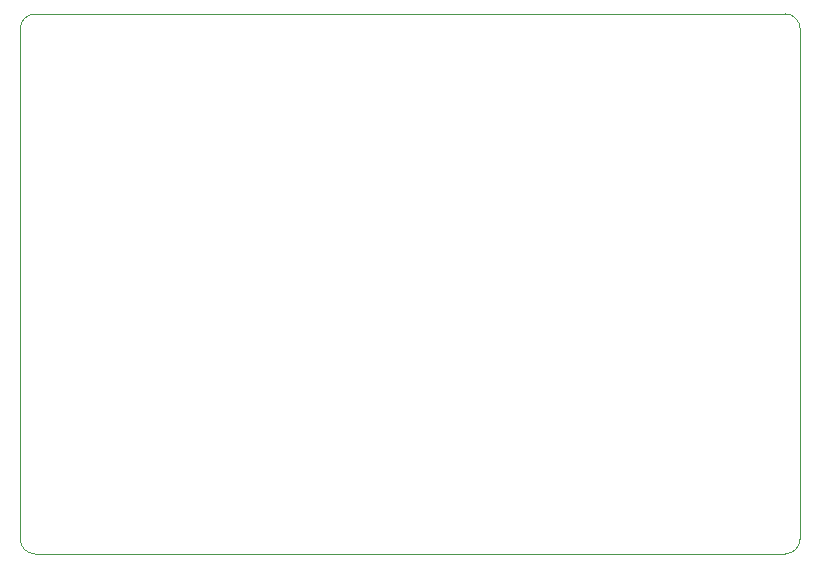
<source format=gbr>
%TF.GenerationSoftware,KiCad,Pcbnew,(6.0.9)*%
%TF.CreationDate,2022-10-31T18:23:02-05:00*%
%TF.ProjectId,rotary-compresion-tool,726f7461-7279-42d6-936f-6d7072657369,rev?*%
%TF.SameCoordinates,Original*%
%TF.FileFunction,Profile,NP*%
%FSLAX46Y46*%
G04 Gerber Fmt 4.6, Leading zero omitted, Abs format (unit mm)*
G04 Created by KiCad (PCBNEW (6.0.9)) date 2022-10-31 18:23:02*
%MOMM*%
%LPD*%
G01*
G04 APERTURE LIST*
%TA.AperFunction,Profile*%
%ADD10C,0.100000*%
%TD*%
G04 APERTURE END LIST*
D10*
X132080000Y-99060000D02*
G75*
G03*
X133350000Y-100330000I1270000J0D01*
G01*
X196850000Y-100330000D02*
G75*
G03*
X198120000Y-99060000I0J1270000D01*
G01*
X198120000Y-55880000D02*
G75*
G03*
X196850000Y-54610000I-1270000J0D01*
G01*
X133350000Y-54610000D02*
G75*
G03*
X132080000Y-55880000I0J-1270000D01*
G01*
X132080000Y-55880000D02*
X132080000Y-99060000D01*
X133350000Y-54610000D02*
X196850000Y-54610000D01*
X198120000Y-99060000D02*
X198120000Y-55880000D01*
X133350000Y-100330000D02*
X196850000Y-100330000D01*
M02*

</source>
